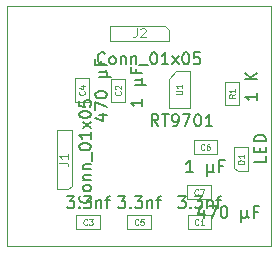
<source format=gbr>
G04 #@! TF.GenerationSoftware,KiCad,Pcbnew,5.0.0-fee4fd1~66~ubuntu16.04.1*
G04 #@! TF.CreationDate,2018-10-28T21:05:27-03:00*
G04 #@! TF.ProjectId,MMA7361,4D4D41373336312E6B696361645F7063,rev?*
G04 #@! TF.SameCoordinates,Original*
G04 #@! TF.FileFunction,Other,Fab,Top*
%FSLAX46Y46*%
G04 Gerber Fmt 4.6, Leading zero omitted, Abs format (unit mm)*
G04 Created by KiCad (PCBNEW 5.0.0-fee4fd1~66~ubuntu16.04.1) date Sun Oct 28 21:05:27 2018*
%MOMM*%
%LPD*%
G01*
G04 APERTURE LIST*
%ADD10C,0.100000*%
%ADD11C,0.150000*%
%ADD12C,0.114000*%
%ADD13C,0.080000*%
%ADD14C,0.075000*%
G04 APERTURE END LIST*
D10*
X142494000Y-98806000D02*
X142494000Y-78486000D01*
X164846000Y-98806000D02*
X142494000Y-98806000D01*
X164846000Y-78486000D02*
X164846000Y-98806000D01*
X142494000Y-78486000D02*
X164846000Y-78486000D01*
G04 #@! TO.C,J2*
X155884500Y-80137000D02*
X156202000Y-80454500D01*
X151202000Y-80137000D02*
X155884500Y-80137000D01*
X151202000Y-81407000D02*
X151202000Y-80137000D01*
X156202000Y-81407000D02*
X151202000Y-81407000D01*
X156202000Y-80454500D02*
X156202000Y-81407000D01*
G04 #@! TO.C,J1*
X147637500Y-93972000D02*
X146685000Y-93972000D01*
X146685000Y-93972000D02*
X146685000Y-88972000D01*
X146685000Y-88972000D02*
X147955000Y-88972000D01*
X147955000Y-88972000D02*
X147955000Y-93654500D01*
X147955000Y-93654500D02*
X147637500Y-93972000D01*
G04 #@! TO.C,C7*
X157741000Y-94834000D02*
X157741000Y-93634000D01*
X157741000Y-93634000D02*
X159741000Y-93634000D01*
X159741000Y-93634000D02*
X159741000Y-94834000D01*
X159741000Y-94834000D02*
X157741000Y-94834000D01*
G04 #@! TO.C,C6*
X160267000Y-91024000D02*
X158267000Y-91024000D01*
X160267000Y-89824000D02*
X160267000Y-91024000D01*
X158267000Y-89824000D02*
X160267000Y-89824000D01*
X158267000Y-91024000D02*
X158267000Y-89824000D01*
G04 #@! TO.C,C5*
X154670000Y-96174000D02*
X154670000Y-97374000D01*
X154670000Y-97374000D02*
X152670000Y-97374000D01*
X152670000Y-97374000D02*
X152670000Y-96174000D01*
X152670000Y-96174000D02*
X154670000Y-96174000D01*
G04 #@! TO.C,C4*
X149444000Y-84589000D02*
X149444000Y-86589000D01*
X148244000Y-84589000D02*
X149444000Y-84589000D01*
X148244000Y-86589000D02*
X148244000Y-84589000D01*
X149444000Y-86589000D02*
X148244000Y-86589000D01*
G04 #@! TO.C,C3*
X150343000Y-96174000D02*
X150343000Y-97374000D01*
X150343000Y-97374000D02*
X148343000Y-97374000D01*
X148343000Y-97374000D02*
X148343000Y-96174000D01*
X148343000Y-96174000D02*
X150343000Y-96174000D01*
G04 #@! TO.C,C2*
X152492000Y-84607000D02*
X152492000Y-86607000D01*
X151292000Y-84607000D02*
X152492000Y-84607000D01*
X151292000Y-86607000D02*
X151292000Y-84607000D01*
X152492000Y-86607000D02*
X151292000Y-86607000D01*
G04 #@! TO.C,C1*
X159759000Y-96174000D02*
X159759000Y-97374000D01*
X159759000Y-97374000D02*
X157759000Y-97374000D01*
X157759000Y-97374000D02*
X157759000Y-96174000D01*
X157759000Y-96174000D02*
X159759000Y-96174000D01*
G04 #@! TO.C,D1*
X161706000Y-90431000D02*
X161706000Y-92131000D01*
X161706000Y-92131000D02*
X162006000Y-92431000D01*
X162006000Y-92431000D02*
X162906000Y-92431000D01*
X162906000Y-92431000D02*
X162906000Y-90431000D01*
X162906000Y-90431000D02*
X161706000Y-90431000D01*
G04 #@! TO.C,U1*
X156152000Y-84632000D02*
X156802000Y-83982000D01*
X157952000Y-83982000D02*
X156802000Y-83982000D01*
X156152000Y-84632000D02*
X156152000Y-87082000D01*
X157952000Y-87082000D02*
X156152000Y-87082000D01*
X157952000Y-83982000D02*
X157952000Y-87082000D01*
G04 #@! TO.C,R1*
X162144000Y-86861000D02*
X160944000Y-86861000D01*
X160944000Y-86861000D02*
X160944000Y-84861000D01*
X160944000Y-84861000D02*
X162144000Y-84861000D01*
X162144000Y-84861000D02*
X162144000Y-86861000D01*
G04 #@! TD*
G04 #@! TO.C,J2*
D11*
X150761904Y-83291142D02*
X150714285Y-83338761D01*
X150571428Y-83386380D01*
X150476190Y-83386380D01*
X150333333Y-83338761D01*
X150238095Y-83243523D01*
X150190476Y-83148285D01*
X150142857Y-82957809D01*
X150142857Y-82814952D01*
X150190476Y-82624476D01*
X150238095Y-82529238D01*
X150333333Y-82434000D01*
X150476190Y-82386380D01*
X150571428Y-82386380D01*
X150714285Y-82434000D01*
X150761904Y-82481619D01*
X151333333Y-83386380D02*
X151238095Y-83338761D01*
X151190476Y-83291142D01*
X151142857Y-83195904D01*
X151142857Y-82910190D01*
X151190476Y-82814952D01*
X151238095Y-82767333D01*
X151333333Y-82719714D01*
X151476190Y-82719714D01*
X151571428Y-82767333D01*
X151619047Y-82814952D01*
X151666666Y-82910190D01*
X151666666Y-83195904D01*
X151619047Y-83291142D01*
X151571428Y-83338761D01*
X151476190Y-83386380D01*
X151333333Y-83386380D01*
X152095238Y-82719714D02*
X152095238Y-83386380D01*
X152095238Y-82814952D02*
X152142857Y-82767333D01*
X152238095Y-82719714D01*
X152380952Y-82719714D01*
X152476190Y-82767333D01*
X152523809Y-82862571D01*
X152523809Y-83386380D01*
X153000000Y-82719714D02*
X153000000Y-83386380D01*
X153000000Y-82814952D02*
X153047619Y-82767333D01*
X153142857Y-82719714D01*
X153285714Y-82719714D01*
X153380952Y-82767333D01*
X153428571Y-82862571D01*
X153428571Y-83386380D01*
X153666666Y-83481619D02*
X154428571Y-83481619D01*
X154857142Y-82386380D02*
X154952380Y-82386380D01*
X155047619Y-82434000D01*
X155095238Y-82481619D01*
X155142857Y-82576857D01*
X155190476Y-82767333D01*
X155190476Y-83005428D01*
X155142857Y-83195904D01*
X155095238Y-83291142D01*
X155047619Y-83338761D01*
X154952380Y-83386380D01*
X154857142Y-83386380D01*
X154761904Y-83338761D01*
X154714285Y-83291142D01*
X154666666Y-83195904D01*
X154619047Y-83005428D01*
X154619047Y-82767333D01*
X154666666Y-82576857D01*
X154714285Y-82481619D01*
X154761904Y-82434000D01*
X154857142Y-82386380D01*
X156142857Y-83386380D02*
X155571428Y-83386380D01*
X155857142Y-83386380D02*
X155857142Y-82386380D01*
X155761904Y-82529238D01*
X155666666Y-82624476D01*
X155571428Y-82672095D01*
X156476190Y-83386380D02*
X157000000Y-82719714D01*
X156476190Y-82719714D02*
X157000000Y-83386380D01*
X157571428Y-82386380D02*
X157666666Y-82386380D01*
X157761904Y-82434000D01*
X157809523Y-82481619D01*
X157857142Y-82576857D01*
X157904761Y-82767333D01*
X157904761Y-83005428D01*
X157857142Y-83195904D01*
X157809523Y-83291142D01*
X157761904Y-83338761D01*
X157666666Y-83386380D01*
X157571428Y-83386380D01*
X157476190Y-83338761D01*
X157428571Y-83291142D01*
X157380952Y-83195904D01*
X157333333Y-83005428D01*
X157333333Y-82767333D01*
X157380952Y-82576857D01*
X157428571Y-82481619D01*
X157476190Y-82434000D01*
X157571428Y-82386380D01*
X158809523Y-82386380D02*
X158333333Y-82386380D01*
X158285714Y-82862571D01*
X158333333Y-82814952D01*
X158428571Y-82767333D01*
X158666666Y-82767333D01*
X158761904Y-82814952D01*
X158809523Y-82862571D01*
X158857142Y-82957809D01*
X158857142Y-83195904D01*
X158809523Y-83291142D01*
X158761904Y-83338761D01*
X158666666Y-83386380D01*
X158428571Y-83386380D01*
X158333333Y-83338761D01*
X158285714Y-83291142D01*
D12*
X153448666Y-80355809D02*
X153448666Y-80898666D01*
X153412476Y-81007238D01*
X153340095Y-81079619D01*
X153231523Y-81115809D01*
X153159142Y-81115809D01*
X153774380Y-80428190D02*
X153810571Y-80392000D01*
X153882952Y-80355809D01*
X154063904Y-80355809D01*
X154136285Y-80392000D01*
X154172476Y-80428190D01*
X154208666Y-80500571D01*
X154208666Y-80572952D01*
X154172476Y-80681523D01*
X153738190Y-81115809D01*
X154208666Y-81115809D01*
G04 #@! TO.C,J1*
D11*
X149477142Y-94510095D02*
X149524761Y-94557714D01*
X149572380Y-94700571D01*
X149572380Y-94795809D01*
X149524761Y-94938666D01*
X149429523Y-95033904D01*
X149334285Y-95081523D01*
X149143809Y-95129142D01*
X149000952Y-95129142D01*
X148810476Y-95081523D01*
X148715238Y-95033904D01*
X148620000Y-94938666D01*
X148572380Y-94795809D01*
X148572380Y-94700571D01*
X148620000Y-94557714D01*
X148667619Y-94510095D01*
X149572380Y-93938666D02*
X149524761Y-94033904D01*
X149477142Y-94081523D01*
X149381904Y-94129142D01*
X149096190Y-94129142D01*
X149000952Y-94081523D01*
X148953333Y-94033904D01*
X148905714Y-93938666D01*
X148905714Y-93795809D01*
X148953333Y-93700571D01*
X149000952Y-93652952D01*
X149096190Y-93605333D01*
X149381904Y-93605333D01*
X149477142Y-93652952D01*
X149524761Y-93700571D01*
X149572380Y-93795809D01*
X149572380Y-93938666D01*
X148905714Y-93176761D02*
X149572380Y-93176761D01*
X149000952Y-93176761D02*
X148953333Y-93129142D01*
X148905714Y-93033904D01*
X148905714Y-92891047D01*
X148953333Y-92795809D01*
X149048571Y-92748190D01*
X149572380Y-92748190D01*
X148905714Y-92272000D02*
X149572380Y-92272000D01*
X149000952Y-92272000D02*
X148953333Y-92224380D01*
X148905714Y-92129142D01*
X148905714Y-91986285D01*
X148953333Y-91891047D01*
X149048571Y-91843428D01*
X149572380Y-91843428D01*
X149667619Y-91605333D02*
X149667619Y-90843428D01*
X148572380Y-90414857D02*
X148572380Y-90319619D01*
X148620000Y-90224380D01*
X148667619Y-90176761D01*
X148762857Y-90129142D01*
X148953333Y-90081523D01*
X149191428Y-90081523D01*
X149381904Y-90129142D01*
X149477142Y-90176761D01*
X149524761Y-90224380D01*
X149572380Y-90319619D01*
X149572380Y-90414857D01*
X149524761Y-90510095D01*
X149477142Y-90557714D01*
X149381904Y-90605333D01*
X149191428Y-90652952D01*
X148953333Y-90652952D01*
X148762857Y-90605333D01*
X148667619Y-90557714D01*
X148620000Y-90510095D01*
X148572380Y-90414857D01*
X149572380Y-89129142D02*
X149572380Y-89700571D01*
X149572380Y-89414857D02*
X148572380Y-89414857D01*
X148715238Y-89510095D01*
X148810476Y-89605333D01*
X148858095Y-89700571D01*
X149572380Y-88795809D02*
X148905714Y-88272000D01*
X148905714Y-88795809D02*
X149572380Y-88272000D01*
X148572380Y-87700571D02*
X148572380Y-87605333D01*
X148620000Y-87510095D01*
X148667619Y-87462476D01*
X148762857Y-87414857D01*
X148953333Y-87367238D01*
X149191428Y-87367238D01*
X149381904Y-87414857D01*
X149477142Y-87462476D01*
X149524761Y-87510095D01*
X149572380Y-87605333D01*
X149572380Y-87700571D01*
X149524761Y-87795809D01*
X149477142Y-87843428D01*
X149381904Y-87891047D01*
X149191428Y-87938666D01*
X148953333Y-87938666D01*
X148762857Y-87891047D01*
X148667619Y-87843428D01*
X148620000Y-87795809D01*
X148572380Y-87700571D01*
X148572380Y-86462476D02*
X148572380Y-86938666D01*
X149048571Y-86986285D01*
X149000952Y-86938666D01*
X148953333Y-86843428D01*
X148953333Y-86605333D01*
X149000952Y-86510095D01*
X149048571Y-86462476D01*
X149143809Y-86414857D01*
X149381904Y-86414857D01*
X149477142Y-86462476D01*
X149524761Y-86510095D01*
X149572380Y-86605333D01*
X149572380Y-86843428D01*
X149524761Y-86938666D01*
X149477142Y-86986285D01*
D12*
X146903809Y-91725333D02*
X147446666Y-91725333D01*
X147555238Y-91761523D01*
X147627619Y-91833904D01*
X147663809Y-91942476D01*
X147663809Y-92014857D01*
X147663809Y-90965333D02*
X147663809Y-91399619D01*
X147663809Y-91182476D02*
X146903809Y-91182476D01*
X147012380Y-91254857D01*
X147084761Y-91327238D01*
X147120952Y-91399619D01*
G04 #@! TO.C,C7*
D11*
X159129761Y-95723714D02*
X159129761Y-96390380D01*
X158891666Y-95342761D02*
X158653571Y-96057047D01*
X159272619Y-96057047D01*
X159558333Y-95390380D02*
X160225000Y-95390380D01*
X159796428Y-96390380D01*
X160796428Y-95390380D02*
X160891666Y-95390380D01*
X160986904Y-95438000D01*
X161034523Y-95485619D01*
X161082142Y-95580857D01*
X161129761Y-95771333D01*
X161129761Y-96009428D01*
X161082142Y-96199904D01*
X161034523Y-96295142D01*
X160986904Y-96342761D01*
X160891666Y-96390380D01*
X160796428Y-96390380D01*
X160701190Y-96342761D01*
X160653571Y-96295142D01*
X160605952Y-96199904D01*
X160558333Y-96009428D01*
X160558333Y-95771333D01*
X160605952Y-95580857D01*
X160653571Y-95485619D01*
X160701190Y-95438000D01*
X160796428Y-95390380D01*
X162320238Y-95723714D02*
X162320238Y-96723714D01*
X162796428Y-96247523D02*
X162844047Y-96342761D01*
X162939285Y-96390380D01*
X162320238Y-96247523D02*
X162367857Y-96342761D01*
X162463095Y-96390380D01*
X162653571Y-96390380D01*
X162748809Y-96342761D01*
X162796428Y-96247523D01*
X162796428Y-95723714D01*
X163701190Y-95866571D02*
X163367857Y-95866571D01*
X163367857Y-96390380D02*
X163367857Y-95390380D01*
X163844047Y-95390380D01*
D13*
X158657666Y-94412571D02*
X158633857Y-94436380D01*
X158562428Y-94460190D01*
X158514809Y-94460190D01*
X158443380Y-94436380D01*
X158395761Y-94388761D01*
X158371952Y-94341142D01*
X158348142Y-94245904D01*
X158348142Y-94174476D01*
X158371952Y-94079238D01*
X158395761Y-94031619D01*
X158443380Y-93984000D01*
X158514809Y-93960190D01*
X158562428Y-93960190D01*
X158633857Y-93984000D01*
X158657666Y-94007809D01*
X158824333Y-93960190D02*
X159157666Y-93960190D01*
X158943380Y-94460190D01*
G04 #@! TO.C,C6*
D11*
X158219380Y-92526380D02*
X157647952Y-92526380D01*
X157933666Y-92526380D02*
X157933666Y-91526380D01*
X157838428Y-91669238D01*
X157743190Y-91764476D01*
X157647952Y-91812095D01*
X159409857Y-91859714D02*
X159409857Y-92859714D01*
X159886047Y-92383523D02*
X159933666Y-92478761D01*
X160028904Y-92526380D01*
X159409857Y-92383523D02*
X159457476Y-92478761D01*
X159552714Y-92526380D01*
X159743190Y-92526380D01*
X159838428Y-92478761D01*
X159886047Y-92383523D01*
X159886047Y-91859714D01*
X160790809Y-92002571D02*
X160457476Y-92002571D01*
X160457476Y-92526380D02*
X160457476Y-91526380D01*
X160933666Y-91526380D01*
D13*
X159183666Y-90602571D02*
X159159857Y-90626380D01*
X159088428Y-90650190D01*
X159040809Y-90650190D01*
X158969380Y-90626380D01*
X158921761Y-90578761D01*
X158897952Y-90531142D01*
X158874142Y-90435904D01*
X158874142Y-90364476D01*
X158897952Y-90269238D01*
X158921761Y-90221619D01*
X158969380Y-90174000D01*
X159040809Y-90150190D01*
X159088428Y-90150190D01*
X159159857Y-90174000D01*
X159183666Y-90197809D01*
X159612238Y-90150190D02*
X159517000Y-90150190D01*
X159469380Y-90174000D01*
X159445571Y-90197809D01*
X159397952Y-90269238D01*
X159374142Y-90364476D01*
X159374142Y-90554952D01*
X159397952Y-90602571D01*
X159421761Y-90626380D01*
X159469380Y-90650190D01*
X159564619Y-90650190D01*
X159612238Y-90626380D01*
X159636047Y-90602571D01*
X159659857Y-90554952D01*
X159659857Y-90435904D01*
X159636047Y-90388285D01*
X159612238Y-90364476D01*
X159564619Y-90340666D01*
X159469380Y-90340666D01*
X159421761Y-90364476D01*
X159397952Y-90388285D01*
X159374142Y-90435904D01*
G04 #@! TO.C,C5*
D11*
X151884285Y-94576380D02*
X152503333Y-94576380D01*
X152170000Y-94957333D01*
X152312857Y-94957333D01*
X152408095Y-95004952D01*
X152455714Y-95052571D01*
X152503333Y-95147809D01*
X152503333Y-95385904D01*
X152455714Y-95481142D01*
X152408095Y-95528761D01*
X152312857Y-95576380D01*
X152027142Y-95576380D01*
X151931904Y-95528761D01*
X151884285Y-95481142D01*
X152931904Y-95481142D02*
X152979523Y-95528761D01*
X152931904Y-95576380D01*
X152884285Y-95528761D01*
X152931904Y-95481142D01*
X152931904Y-95576380D01*
X153312857Y-94576380D02*
X153931904Y-94576380D01*
X153598571Y-94957333D01*
X153741428Y-94957333D01*
X153836666Y-95004952D01*
X153884285Y-95052571D01*
X153931904Y-95147809D01*
X153931904Y-95385904D01*
X153884285Y-95481142D01*
X153836666Y-95528761D01*
X153741428Y-95576380D01*
X153455714Y-95576380D01*
X153360476Y-95528761D01*
X153312857Y-95481142D01*
X154360476Y-94909714D02*
X154360476Y-95576380D01*
X154360476Y-95004952D02*
X154408095Y-94957333D01*
X154503333Y-94909714D01*
X154646190Y-94909714D01*
X154741428Y-94957333D01*
X154789047Y-95052571D01*
X154789047Y-95576380D01*
X155122380Y-94909714D02*
X155503333Y-94909714D01*
X155265238Y-95576380D02*
X155265238Y-94719238D01*
X155312857Y-94624000D01*
X155408095Y-94576380D01*
X155503333Y-94576380D01*
D13*
X153586666Y-96952571D02*
X153562857Y-96976380D01*
X153491428Y-97000190D01*
X153443809Y-97000190D01*
X153372380Y-96976380D01*
X153324761Y-96928761D01*
X153300952Y-96881142D01*
X153277142Y-96785904D01*
X153277142Y-96714476D01*
X153300952Y-96619238D01*
X153324761Y-96571619D01*
X153372380Y-96524000D01*
X153443809Y-96500190D01*
X153491428Y-96500190D01*
X153562857Y-96524000D01*
X153586666Y-96547809D01*
X154039047Y-96500190D02*
X153800952Y-96500190D01*
X153777142Y-96738285D01*
X153800952Y-96714476D01*
X153848571Y-96690666D01*
X153967619Y-96690666D01*
X154015238Y-96714476D01*
X154039047Y-96738285D01*
X154062857Y-96785904D01*
X154062857Y-96904952D01*
X154039047Y-96952571D01*
X154015238Y-96976380D01*
X153967619Y-97000190D01*
X153848571Y-97000190D01*
X153800952Y-96976380D01*
X153777142Y-96952571D01*
G04 #@! TO.C,C4*
D11*
X150279714Y-87684238D02*
X150946380Y-87684238D01*
X149898761Y-87922333D02*
X150613047Y-88160428D01*
X150613047Y-87541380D01*
X149946380Y-87255666D02*
X149946380Y-86589000D01*
X150946380Y-87017571D01*
X149946380Y-86017571D02*
X149946380Y-85922333D01*
X149994000Y-85827095D01*
X150041619Y-85779476D01*
X150136857Y-85731857D01*
X150327333Y-85684238D01*
X150565428Y-85684238D01*
X150755904Y-85731857D01*
X150851142Y-85779476D01*
X150898761Y-85827095D01*
X150946380Y-85922333D01*
X150946380Y-86017571D01*
X150898761Y-86112809D01*
X150851142Y-86160428D01*
X150755904Y-86208047D01*
X150565428Y-86255666D01*
X150327333Y-86255666D01*
X150136857Y-86208047D01*
X150041619Y-86160428D01*
X149994000Y-86112809D01*
X149946380Y-86017571D01*
X150279714Y-84493761D02*
X151279714Y-84493761D01*
X150803523Y-84017571D02*
X150898761Y-83969952D01*
X150946380Y-83874714D01*
X150803523Y-84493761D02*
X150898761Y-84446142D01*
X150946380Y-84350904D01*
X150946380Y-84160428D01*
X150898761Y-84065190D01*
X150803523Y-84017571D01*
X150279714Y-84017571D01*
X150422571Y-83112809D02*
X150422571Y-83446142D01*
X150946380Y-83446142D02*
X149946380Y-83446142D01*
X149946380Y-82969952D01*
D13*
X149022571Y-85672333D02*
X149046380Y-85696142D01*
X149070190Y-85767571D01*
X149070190Y-85815190D01*
X149046380Y-85886619D01*
X148998761Y-85934238D01*
X148951142Y-85958047D01*
X148855904Y-85981857D01*
X148784476Y-85981857D01*
X148689238Y-85958047D01*
X148641619Y-85934238D01*
X148594000Y-85886619D01*
X148570190Y-85815190D01*
X148570190Y-85767571D01*
X148594000Y-85696142D01*
X148617809Y-85672333D01*
X148736857Y-85243761D02*
X149070190Y-85243761D01*
X148546380Y-85362809D02*
X148903523Y-85481857D01*
X148903523Y-85172333D01*
G04 #@! TO.C,C3*
D11*
X147557285Y-94576380D02*
X148176333Y-94576380D01*
X147843000Y-94957333D01*
X147985857Y-94957333D01*
X148081095Y-95004952D01*
X148128714Y-95052571D01*
X148176333Y-95147809D01*
X148176333Y-95385904D01*
X148128714Y-95481142D01*
X148081095Y-95528761D01*
X147985857Y-95576380D01*
X147700142Y-95576380D01*
X147604904Y-95528761D01*
X147557285Y-95481142D01*
X148604904Y-95481142D02*
X148652523Y-95528761D01*
X148604904Y-95576380D01*
X148557285Y-95528761D01*
X148604904Y-95481142D01*
X148604904Y-95576380D01*
X148985857Y-94576380D02*
X149604904Y-94576380D01*
X149271571Y-94957333D01*
X149414428Y-94957333D01*
X149509666Y-95004952D01*
X149557285Y-95052571D01*
X149604904Y-95147809D01*
X149604904Y-95385904D01*
X149557285Y-95481142D01*
X149509666Y-95528761D01*
X149414428Y-95576380D01*
X149128714Y-95576380D01*
X149033476Y-95528761D01*
X148985857Y-95481142D01*
X150033476Y-94909714D02*
X150033476Y-95576380D01*
X150033476Y-95004952D02*
X150081095Y-94957333D01*
X150176333Y-94909714D01*
X150319190Y-94909714D01*
X150414428Y-94957333D01*
X150462047Y-95052571D01*
X150462047Y-95576380D01*
X150795380Y-94909714D02*
X151176333Y-94909714D01*
X150938238Y-95576380D02*
X150938238Y-94719238D01*
X150985857Y-94624000D01*
X151081095Y-94576380D01*
X151176333Y-94576380D01*
D13*
X149259666Y-96952571D02*
X149235857Y-96976380D01*
X149164428Y-97000190D01*
X149116809Y-97000190D01*
X149045380Y-96976380D01*
X148997761Y-96928761D01*
X148973952Y-96881142D01*
X148950142Y-96785904D01*
X148950142Y-96714476D01*
X148973952Y-96619238D01*
X148997761Y-96571619D01*
X149045380Y-96524000D01*
X149116809Y-96500190D01*
X149164428Y-96500190D01*
X149235857Y-96524000D01*
X149259666Y-96547809D01*
X149426333Y-96500190D02*
X149735857Y-96500190D01*
X149569190Y-96690666D01*
X149640619Y-96690666D01*
X149688238Y-96714476D01*
X149712047Y-96738285D01*
X149735857Y-96785904D01*
X149735857Y-96904952D01*
X149712047Y-96952571D01*
X149688238Y-96976380D01*
X149640619Y-97000190D01*
X149497761Y-97000190D01*
X149450142Y-96976380D01*
X149426333Y-96952571D01*
G04 #@! TO.C,C2*
D11*
X153944380Y-86354619D02*
X153944380Y-86926047D01*
X153944380Y-86640333D02*
X152944380Y-86640333D01*
X153087238Y-86735571D01*
X153182476Y-86830809D01*
X153230095Y-86926047D01*
X153277714Y-85164142D02*
X154277714Y-85164142D01*
X153801523Y-84687952D02*
X153896761Y-84640333D01*
X153944380Y-84545095D01*
X153801523Y-85164142D02*
X153896761Y-85116523D01*
X153944380Y-85021285D01*
X153944380Y-84830809D01*
X153896761Y-84735571D01*
X153801523Y-84687952D01*
X153277714Y-84687952D01*
X153420571Y-83783190D02*
X153420571Y-84116523D01*
X153944380Y-84116523D02*
X152944380Y-84116523D01*
X152944380Y-83640333D01*
D13*
X152070571Y-85690333D02*
X152094380Y-85714142D01*
X152118190Y-85785571D01*
X152118190Y-85833190D01*
X152094380Y-85904619D01*
X152046761Y-85952238D01*
X151999142Y-85976047D01*
X151903904Y-85999857D01*
X151832476Y-85999857D01*
X151737238Y-85976047D01*
X151689619Y-85952238D01*
X151642000Y-85904619D01*
X151618190Y-85833190D01*
X151618190Y-85785571D01*
X151642000Y-85714142D01*
X151665809Y-85690333D01*
X151665809Y-85499857D02*
X151642000Y-85476047D01*
X151618190Y-85428428D01*
X151618190Y-85309380D01*
X151642000Y-85261761D01*
X151665809Y-85237952D01*
X151713428Y-85214142D01*
X151761047Y-85214142D01*
X151832476Y-85237952D01*
X152118190Y-85523666D01*
X152118190Y-85214142D01*
G04 #@! TO.C,C1*
D11*
X156973285Y-94576380D02*
X157592333Y-94576380D01*
X157259000Y-94957333D01*
X157401857Y-94957333D01*
X157497095Y-95004952D01*
X157544714Y-95052571D01*
X157592333Y-95147809D01*
X157592333Y-95385904D01*
X157544714Y-95481142D01*
X157497095Y-95528761D01*
X157401857Y-95576380D01*
X157116142Y-95576380D01*
X157020904Y-95528761D01*
X156973285Y-95481142D01*
X158020904Y-95481142D02*
X158068523Y-95528761D01*
X158020904Y-95576380D01*
X157973285Y-95528761D01*
X158020904Y-95481142D01*
X158020904Y-95576380D01*
X158401857Y-94576380D02*
X159020904Y-94576380D01*
X158687571Y-94957333D01*
X158830428Y-94957333D01*
X158925666Y-95004952D01*
X158973285Y-95052571D01*
X159020904Y-95147809D01*
X159020904Y-95385904D01*
X158973285Y-95481142D01*
X158925666Y-95528761D01*
X158830428Y-95576380D01*
X158544714Y-95576380D01*
X158449476Y-95528761D01*
X158401857Y-95481142D01*
X159449476Y-94909714D02*
X159449476Y-95576380D01*
X159449476Y-95004952D02*
X159497095Y-94957333D01*
X159592333Y-94909714D01*
X159735190Y-94909714D01*
X159830428Y-94957333D01*
X159878047Y-95052571D01*
X159878047Y-95576380D01*
X160211380Y-94909714D02*
X160592333Y-94909714D01*
X160354238Y-95576380D02*
X160354238Y-94719238D01*
X160401857Y-94624000D01*
X160497095Y-94576380D01*
X160592333Y-94576380D01*
D13*
X158675666Y-96952571D02*
X158651857Y-96976380D01*
X158580428Y-97000190D01*
X158532809Y-97000190D01*
X158461380Y-96976380D01*
X158413761Y-96928761D01*
X158389952Y-96881142D01*
X158366142Y-96785904D01*
X158366142Y-96714476D01*
X158389952Y-96619238D01*
X158413761Y-96571619D01*
X158461380Y-96524000D01*
X158532809Y-96500190D01*
X158580428Y-96500190D01*
X158651857Y-96524000D01*
X158675666Y-96547809D01*
X159151857Y-97000190D02*
X158866142Y-97000190D01*
X159009000Y-97000190D02*
X159009000Y-96500190D01*
X158961380Y-96571619D01*
X158913761Y-96619238D01*
X158866142Y-96643047D01*
G04 #@! TO.C,D1*
D11*
X164408380Y-91161857D02*
X164408380Y-91638047D01*
X163408380Y-91638047D01*
X163884571Y-90828523D02*
X163884571Y-90495190D01*
X164408380Y-90352333D02*
X164408380Y-90828523D01*
X163408380Y-90828523D01*
X163408380Y-90352333D01*
X164408380Y-89923761D02*
X163408380Y-89923761D01*
X163408380Y-89685666D01*
X163456000Y-89542809D01*
X163551238Y-89447571D01*
X163646476Y-89399952D01*
X163836952Y-89352333D01*
X163979809Y-89352333D01*
X164170285Y-89399952D01*
X164265523Y-89447571D01*
X164360761Y-89542809D01*
X164408380Y-89685666D01*
X164408380Y-89923761D01*
D13*
X162532190Y-91800047D02*
X162032190Y-91800047D01*
X162032190Y-91681000D01*
X162056000Y-91609571D01*
X162103619Y-91561952D01*
X162151238Y-91538142D01*
X162246476Y-91514333D01*
X162317904Y-91514333D01*
X162413142Y-91538142D01*
X162460761Y-91561952D01*
X162508380Y-91609571D01*
X162532190Y-91681000D01*
X162532190Y-91800047D01*
X162532190Y-91038142D02*
X162532190Y-91323857D01*
X162532190Y-91181000D02*
X162032190Y-91181000D01*
X162103619Y-91228619D01*
X162151238Y-91276238D01*
X162175047Y-91323857D01*
G04 #@! TO.C,U1*
D11*
X155293809Y-88624380D02*
X154960476Y-88148190D01*
X154722380Y-88624380D02*
X154722380Y-87624380D01*
X155103333Y-87624380D01*
X155198571Y-87672000D01*
X155246190Y-87719619D01*
X155293809Y-87814857D01*
X155293809Y-87957714D01*
X155246190Y-88052952D01*
X155198571Y-88100571D01*
X155103333Y-88148190D01*
X154722380Y-88148190D01*
X155579523Y-87624380D02*
X156150952Y-87624380D01*
X155865238Y-88624380D02*
X155865238Y-87624380D01*
X156531904Y-88624380D02*
X156722380Y-88624380D01*
X156817619Y-88576761D01*
X156865238Y-88529142D01*
X156960476Y-88386285D01*
X157008095Y-88195809D01*
X157008095Y-87814857D01*
X156960476Y-87719619D01*
X156912857Y-87672000D01*
X156817619Y-87624380D01*
X156627142Y-87624380D01*
X156531904Y-87672000D01*
X156484285Y-87719619D01*
X156436666Y-87814857D01*
X156436666Y-88052952D01*
X156484285Y-88148190D01*
X156531904Y-88195809D01*
X156627142Y-88243428D01*
X156817619Y-88243428D01*
X156912857Y-88195809D01*
X156960476Y-88148190D01*
X157008095Y-88052952D01*
X157341428Y-87624380D02*
X158008095Y-87624380D01*
X157579523Y-88624380D01*
X158579523Y-87624380D02*
X158674761Y-87624380D01*
X158770000Y-87672000D01*
X158817619Y-87719619D01*
X158865238Y-87814857D01*
X158912857Y-88005333D01*
X158912857Y-88243428D01*
X158865238Y-88433904D01*
X158817619Y-88529142D01*
X158770000Y-88576761D01*
X158674761Y-88624380D01*
X158579523Y-88624380D01*
X158484285Y-88576761D01*
X158436666Y-88529142D01*
X158389047Y-88433904D01*
X158341428Y-88243428D01*
X158341428Y-88005333D01*
X158389047Y-87814857D01*
X158436666Y-87719619D01*
X158484285Y-87672000D01*
X158579523Y-87624380D01*
X159865238Y-88624380D02*
X159293809Y-88624380D01*
X159579523Y-88624380D02*
X159579523Y-87624380D01*
X159484285Y-87767238D01*
X159389047Y-87862476D01*
X159293809Y-87910095D01*
D14*
X156778190Y-85912952D02*
X157182952Y-85912952D01*
X157230571Y-85889142D01*
X157254380Y-85865333D01*
X157278190Y-85817714D01*
X157278190Y-85722476D01*
X157254380Y-85674857D01*
X157230571Y-85651047D01*
X157182952Y-85627238D01*
X156778190Y-85627238D01*
X157278190Y-85127238D02*
X157278190Y-85412952D01*
X157278190Y-85270095D02*
X156778190Y-85270095D01*
X156849619Y-85317714D01*
X156897238Y-85365333D01*
X156921047Y-85412952D01*
G04 #@! TO.C,R1*
D11*
X163646380Y-85853238D02*
X163646380Y-86424666D01*
X163646380Y-86138952D02*
X162646380Y-86138952D01*
X162789238Y-86234190D01*
X162884476Y-86329428D01*
X162932095Y-86424666D01*
X163646380Y-84662761D02*
X162646380Y-84662761D01*
X163646380Y-84091333D02*
X163074952Y-84519904D01*
X162646380Y-84091333D02*
X163217809Y-84662761D01*
D13*
X161770190Y-85944333D02*
X161532095Y-86111000D01*
X161770190Y-86230047D02*
X161270190Y-86230047D01*
X161270190Y-86039571D01*
X161294000Y-85991952D01*
X161317809Y-85968142D01*
X161365428Y-85944333D01*
X161436857Y-85944333D01*
X161484476Y-85968142D01*
X161508285Y-85991952D01*
X161532095Y-86039571D01*
X161532095Y-86230047D01*
X161770190Y-85468142D02*
X161770190Y-85753857D01*
X161770190Y-85611000D02*
X161270190Y-85611000D01*
X161341619Y-85658619D01*
X161389238Y-85706238D01*
X161413047Y-85753857D01*
G04 #@! TD*
M02*

</source>
